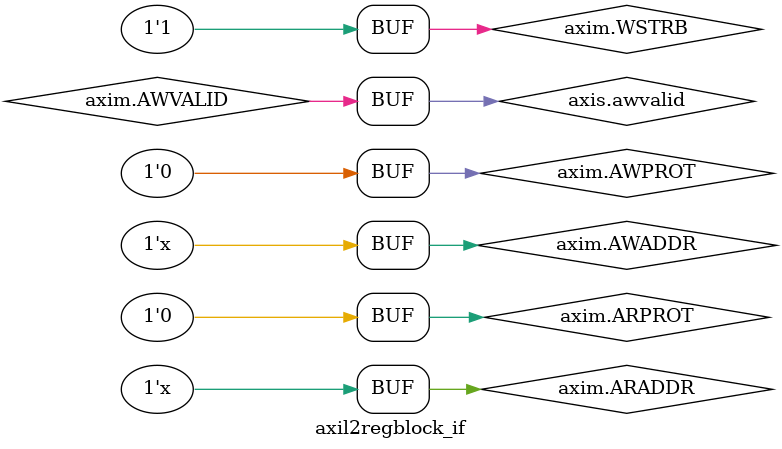
<source format=sv>
module axil2regblock_if
(
	axil_if.s            axis,
	axi4lite_intf.master axim
);

	assign axis.rdata = axim.RDATA;
	assign axis.rvalid = axim.RVALID;
	assign axis.bvalid = axim.BVALID;
	assign axis.wready = axim.WREADY;
	assign axis.arready = axim.ARREADY;
	assign axis.awready = axim.AWREADY;

    assign axim.AWVALID = axis.awvalid;
    assign axim.AWADDR = axis.awaddr[$bits(axim.AWADDR) - 1:0];
    assign axim.AWPROT = '0;

    assign axim.WVALID = axis.wvalid;
    assign axim.WDATA = axis.wdata;
    assign axim.WSTRB = '1;

    assign axim.BREADY = axis.bready;

    assign axim.ARVALID = axis.arvalid;
    assign axim.ARADDR = axis.araddr[$bits(axim.ARADDR) - 1:0];
    assign axim.ARPROT = '0;

    assign axim.RREADY = axis.rready;

endmodule

</source>
